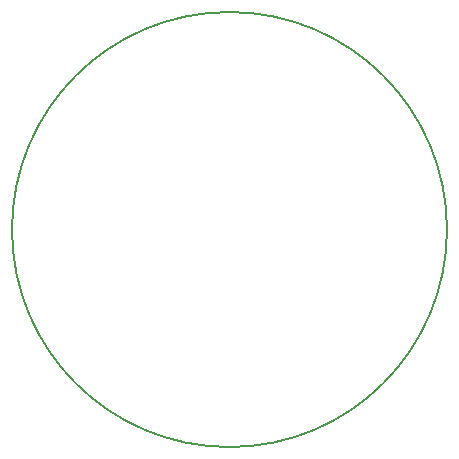
<source format=gbr>
%TF.GenerationSoftware,KiCad,Pcbnew,9.0.2*%
%TF.CreationDate,2025-06-18T21:38:19-04:00*%
%TF.ProjectId,GlassIDC_Mounted_10x15mm,476c6173-7349-4444-935f-4d6f756e7465,rev?*%
%TF.SameCoordinates,Original*%
%TF.FileFunction,Profile,NP*%
%FSLAX46Y46*%
G04 Gerber Fmt 4.6, Leading zero omitted, Abs format (unit mm)*
G04 Created by KiCad (PCBNEW 9.0.2) date 2025-06-18 21:38:19*
%MOMM*%
%LPD*%
G01*
G04 APERTURE LIST*
%TA.AperFunction,Profile*%
%ADD10C,0.177800*%
%TD*%
G04 APERTURE END LIST*
D10*
X166916100Y-105003600D02*
G75*
G02*
X130086100Y-105003600I-18415000J0D01*
G01*
X130086100Y-105003600D02*
G75*
G02*
X166916100Y-105003600I18415000J0D01*
G01*
M02*

</source>
